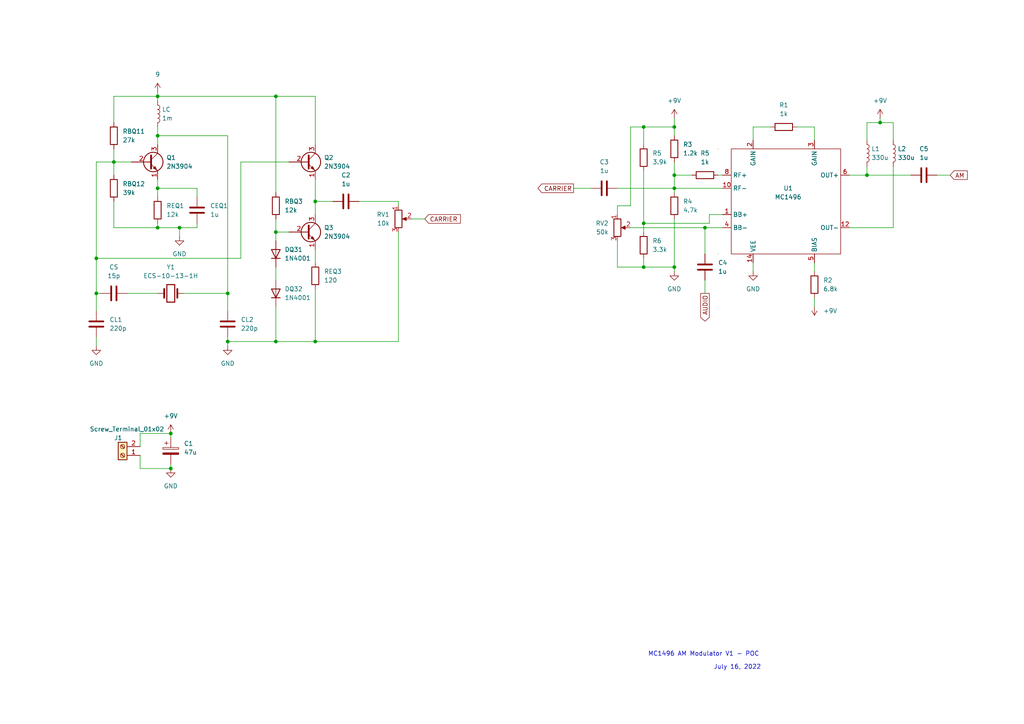
<source format=kicad_sch>
(kicad_sch (version 20211123) (generator eeschema)
  (paper "A4")
  (lib_symbols
    (symbol "Connector:Screw_Terminal_01x02" (pin_names (offset 1.016) hide)
      (property "Reference" "J" (at 0 2.54 0))
      (property "Value" "Screw_Terminal_01x02" (at 0 -5.08 0))
      (symbol "Screw_Terminal_01x02_1_1"
        (rectangle (start -1.27 1.27) (end 1.27 -3.81) (stroke (width 0.254)) (fill (type background)))
        (circle (center 0 -2.54) (radius 0.635) (stroke (width 0.1524)))
        (polyline (pts (xy -0.5334 -2.2098) (xy 0.3302 -3.048)) (stroke (width 0.1524)))
        (polyline (pts (xy -0.5334 0.3302) (xy 0.3302 -0.508)) (stroke (width 0.1524)))
        (polyline (pts (xy -0.3556 -2.032) (xy 0.508 -2.8702)) (stroke (width 0.1524)))
        (polyline (pts (xy -0.3556 0.508) (xy 0.508 -0.3302)) (stroke (width 0.1524)))
        (circle (center 0 0) (radius 0.635) (stroke (width 0.1524)))
        (pin passive line (at -5.08 0 0) (length 3.81) (name "Pin_1") (number "1"))
        (pin passive line (at -5.08 -2.54 0) (length 3.81) (name "Pin_2") (number "2"))
      )
    )
    (symbol "Device:C" (pin_numbers hide) (pin_names (offset 0.254))
      (property "Reference" "C" (at 0.635 2.54 0))
      (property "Value" "C" (at 0.635 -2.54 0))
      (symbol "C_0_1"
        (polyline (pts (xy -2.032 -0.762) (xy 2.032 -0.762)) (stroke (width 0.508)))
        (polyline (pts (xy -2.032 0.762) (xy 2.032 0.762)) (stroke (width 0.508)))
      )
      (symbol "C_1_1"
        (pin passive line (at 0 3.81 270) (length 2.794) (name "~") (number "1"))
        (pin passive line (at 0 -3.81 90) (length 2.794) (name "~") (number "2"))
      )
    )
    (symbol "Device:C_Polarized" (pin_numbers hide) (pin_names (offset 0.254))
      (property "Reference" "C" (at 0.635 2.54 0))
      (property "Value" "C_Polarized" (at 0.635 -2.54 0))
      (symbol "C_Polarized_0_1"
        (rectangle (start -2.286 0.508) (end 2.286 1.016))
        (polyline (pts (xy -1.778 2.286) (xy -0.762 2.286)))
        (polyline (pts (xy -1.27 2.794) (xy -1.27 1.778)))
        (rectangle (start 2.286 -0.508) (end -2.286 -1.016) (fill (type outline)))
      )
      (symbol "C_Polarized_1_1"
        (pin passive line (at 0 3.81 270) (length 2.794) (name "~") (number "1"))
        (pin passive line (at 0 -3.81 90) (length 2.794) (name "~") (number "2"))
      )
    )
    (symbol "Device:Crystal" (pin_numbers hide) (pin_names (offset 1.016) hide)
      (property "Reference" "Y" (at 0 3.81 0))
      (property "Value" "Crystal" (at 0 -3.81 0))
      (symbol "Crystal_0_1"
        (rectangle (start -1.143 2.54) (end 1.143 -2.54) (stroke (width 0.3048)))
        (polyline (pts (xy -2.54 0) (xy -1.905 0)))
        (polyline (pts (xy -1.905 -1.27) (xy -1.905 1.27)) (stroke (width 0.508)))
        (polyline (pts (xy 1.905 -1.27) (xy 1.905 1.27)) (stroke (width 0.508)))
        (polyline (pts (xy 2.54 0) (xy 1.905 0)))
      )
      (symbol "Crystal_1_1"
        (pin passive line (at -3.81 0 0) (length 1.27) (name "1") (number "1"))
        (pin passive line (at 3.81 0 180) (length 1.27) (name "2") (number "2"))
      )
    )
    (symbol "Device:D" (pin_numbers hide) (pin_names (offset 1.016) hide)
      (property "Reference" "D" (at 0 2.54 0))
      (property "Value" "D" (at 0 -2.54 0))
      (symbol "D_0_1"
        (polyline (pts (xy -1.27 1.27) (xy -1.27 -1.27)) (stroke (width 0.254)))
        (polyline (pts (xy 1.27 0) (xy -1.27 0)))
        (polyline (pts (xy 1.27 1.27) (xy 1.27 -1.27) (xy -1.27 0) (xy 1.27 1.27)) (stroke (width 0.254)))
      )
      (symbol "D_1_1"
        (pin passive line (at -3.81 0 0) (length 2.54) (name "K") (number "1"))
        (pin passive line (at 3.81 0 180) (length 2.54) (name "A") (number "2"))
      )
    )
    (symbol "Device:L" (pin_numbers hide) (pin_names (offset 1.016) hide)
      (property "Reference" "L" (at -1.27 0 90))
      (property "Value" "L" (at 1.905 0 90))
      (symbol "L_0_1"
        (arc (start 0 -2.54) (mid 0.635 -1.905) (end 0 -1.27))
        (arc (start 0 -1.27) (mid 0.635 -0.635) (end 0 0))
        (arc (start 0 0) (mid 0.635 0.635) (end 0 1.27))
        (arc (start 0 1.27) (mid 0.635 1.905) (end 0 2.54))
      )
      (symbol "L_1_1"
        (pin passive line (at 0 3.81 270) (length 1.27) (name "1") (number "1"))
        (pin passive line (at 0 -3.81 90) (length 1.27) (name "2") (number "2"))
      )
    )
    (symbol "Device:R" (pin_numbers hide) (pin_names (offset 0))
      (property "Reference" "R" (at 2.032 0 90))
      (property "Value" "R" (at 0 0 90))
      (symbol "R_0_1"
        (rectangle (start -1.016 -2.54) (end 1.016 2.54) (stroke (width 0.254)))
      )
      (symbol "R_1_1"
        (pin passive line (at 0 3.81 270) (length 1.27) (name "~") (number "1"))
        (pin passive line (at 0 -3.81 90) (length 1.27) (name "~") (number "2"))
      )
    )
    (symbol "Device:R_Potentiometer" (pin_names (offset 1.016) hide)
      (property "Reference" "RV" (at -4.445 0 90))
      (property "Value" "R_Potentiometer" (at -2.54 0 90))
      (symbol "R_Potentiometer_0_1"
        (polyline (pts (xy 2.54 0) (xy 1.524 0)))
        (polyline (pts (xy 1.143 0) (xy 2.286 0.508) (xy 2.286 -0.508) (xy 1.143 0)) (fill (type outline)))
        (rectangle (start 1.016 2.54) (end -1.016 -2.54) (stroke (width 0.254)))
      )
      (symbol "R_Potentiometer_1_1"
        (pin passive line (at 0 3.81 270) (length 1.27) (name "1") (number "1"))
        (pin passive line (at 3.81 0 180) (length 1.27) (name "2") (number "2"))
        (pin passive line (at 0 -3.81 90) (length 1.27) (name "3") (number "3"))
      )
    )
    (symbol "MC1496:MC1496"
      (property "Reference" "U" (at 0 2.54 0))
      (property "Value" "MC1496" (at 0 5.08 0))
      (symbol "MC1496_0_1"
        (rectangle (start -20.32 -15.24) (end -20.32 -15.24))
        (rectangle (start -20.32 15.24) (end -20.32 15.24))
        (rectangle (start -16.51 15.24) (end 15.24 -15.24))
        (rectangle (start 12.7 -13.97) (end 12.7 -13.97))
        (rectangle (start 16.51 7.62) (end 16.51 7.62))
      )
      (symbol "MC1496_1_1"
        (pin input line (at -19.05 -3.81 0) (length 2.54) (name "BB+") (number "1"))
        (pin input line (at -19.05 3.81 0) (length 2.54) (name "RF-") (number "10"))
        (pin input line (at 17.78 -7.62 180) (length 2.54) (name "OUT-") (number "12"))
        (pin input line (at -10.16 -17.78 90) (length 2.54) (name "VEE") (number "14"))
        (pin input line (at -10.16 17.78 270) (length 2.54) (name "GAIN") (number "2"))
        (pin input line (at 7.62 17.78 270) (length 2.54) (name "GAIN") (number "3"))
        (pin input line (at -19.05 -7.62 0) (length 2.54) (name "BB-") (number "4"))
        (pin input line (at 7.62 -17.78 90) (length 2.54) (name "BIAS") (number "5"))
        (pin input line (at 17.78 7.62 180) (length 2.54) (name "OUT+") (number "6"))
        (pin input line (at -19.05 7.62 0) (length 2.54) (name "RF+") (number "8"))
      )
    )
    (symbol "Transistor_BJT:2N3904" (pin_names (offset 0) hide)
      (property "Reference" "Q" (at 5.08 1.905 0))
      (property "Value" "2N3904" (at 5.08 0 0))
      (symbol "2N3904_0_1"
        (polyline (pts (xy 0.635 0.635) (xy 2.54 2.54)))
        (polyline (pts (xy 0.635 -0.635) (xy 2.54 -2.54) (xy 2.54 -2.54)))
        (polyline (pts (xy 0.635 1.905) (xy 0.635 -1.905) (xy 0.635 -1.905)) (stroke (width 0.508)))
        (polyline (pts (xy 1.27 -1.778) (xy 1.778 -1.27) (xy 2.286 -2.286) (xy 1.27 -1.778) (xy 1.27 -1.778)) (fill (type outline)))
        (circle (center 1.27 0) (radius 2.8194) (stroke (width 0.254)))
      )
      (symbol "2N3904_1_1"
        (pin passive line (at 2.54 -5.08 90) (length 2.54) (name "E") (number "1"))
        (pin passive line (at -5.08 0 0) (length 5.715) (name "B") (number "2"))
        (pin passive line (at 2.54 5.08 270) (length 2.54) (name "C") (number "3"))
      )
    )
    (symbol "power:+9V" (power) (pin_names (offset 0))
      (property "Value" "+9V" (at 0 3.556 0))
      (symbol "+9V_0_1"
        (polyline (pts (xy -0.762 1.27) (xy 0 2.54)))
        (polyline (pts (xy 0 0) (xy 0 2.54)))
        (polyline (pts (xy 0 2.54) (xy 0.762 1.27)))
      )
      (symbol "+9V_1_1"
        (pin power_in line (at 0 0 90) (length 0) hide (name "+9V") (number "1"))
      )
    )
    (symbol "power:GND" (power) (pin_names (offset 0))
      (property "Value" "GND" (at 0 -3.81 0))
      (symbol "GND_0_1"
        (polyline (pts (xy 0 0) (xy 0 -1.27) (xy 1.27 -1.27) (xy 0 -2.54) (xy -1.27 -1.27) (xy 0 -1.27)))
      )
      (symbol "GND_1_1"
        (pin power_in line (at 0 0 270) (length 0) hide (name "GND") (number "1"))
      )
    )
  )
  (junction (at 66.04 99.06))
  (junction (at 186.69 64.77))
  (junction (at 45.72 54.61))
  (junction (at 91.44 58.42))
  (junction (at 45.72 66.04))
  (junction (at 80.01 27.94))
  (junction (at 52.07 66.04))
  (junction (at 45.72 27.94))
  (junction (at 49.53 125.73))
  (junction (at 33.02 46.99))
  (junction (at 27.94 74.93))
  (junction (at 80.01 99.06))
  (junction (at 195.58 77.47))
  (junction (at 195.58 50.8))
  (junction (at 195.58 54.61))
  (junction (at 45.72 39.37))
  (junction (at 204.47 66.04))
  (junction (at 80.01 67.31))
  (junction (at 27.94 85.09))
  (junction (at 186.69 36.83))
  (junction (at 91.44 99.06))
  (junction (at 66.04 85.09))
  (junction (at 195.58 36.83))
  (junction (at 186.69 77.47))
  (junction (at 255.27 35.56))
  (junction (at 251.46 50.8))
  (junction (at 49.53 135.89))
  (wire (pts (xy 33.02 66.04) (xy 45.72 66.04)))
  (wire (pts (xy 186.69 64.77) (xy 186.69 67.31)))
  (wire (pts (xy 33.02 35.56) (xy 33.02 27.94)))
  (wire (pts (xy 57.15 64.77) (xy 57.15 66.04)))
  (wire (pts (xy 179.07 54.61) (xy 195.58 54.61)))
  (wire (pts (xy 29.21 85.09) (xy 27.94 85.09)))
  (wire (pts (xy 182.88 66.04) (xy 204.47 66.04)))
  (wire (pts (xy 223.52 36.83) (xy 218.44 36.83)))
  (wire (pts (xy 218.44 76.2) (xy 218.44 78.74)))
  (wire (pts (xy 231.14 36.83) (xy 236.22 36.83)))
  (wire (pts (xy 179.07 69.85) (xy 179.07 77.47)))
  (wire (pts (xy 186.69 41.91) (xy 186.69 36.83)))
  (wire (pts (xy 66.04 99.06) (xy 66.04 100.33)))
  (wire (pts (xy 186.69 36.83) (xy 195.58 36.83)))
  (wire (pts (xy 57.15 57.15) (xy 57.15 54.61)))
  (wire (pts (xy 69.85 74.93) (xy 27.94 74.93)))
  (wire (pts (xy 195.58 36.83) (xy 195.58 39.37)))
  (wire (pts (xy 251.46 50.8) (xy 246.38 50.8)))
  (wire (pts (xy 38.1 46.99) (xy 33.02 46.99)))
  (wire (pts (xy 195.58 63.5) (xy 195.58 77.47)))
  (wire (pts (xy 27.94 85.09) (xy 27.94 90.17)))
  (wire (pts (xy 33.02 46.99) (xy 33.02 50.8)))
  (wire (pts (xy 91.44 83.82) (xy 91.44 99.06)))
  (wire (pts (xy 179.07 59.69) (xy 182.88 59.69)))
  (wire (pts (xy 91.44 52.07) (xy 91.44 58.42)))
  (wire (pts (xy 251.46 48.26) (xy 251.46 50.8)))
  (wire (pts (xy 205.74 62.23) (xy 209.55 62.23)))
  (wire (pts (xy 236.22 36.83) (xy 236.22 40.64)))
  (wire (pts (xy 49.53 127) (xy 49.53 125.73)))
  (wire (pts (xy 45.72 36.83) (xy 45.72 39.37)))
  (wire (pts (xy 91.44 58.42) (xy 91.44 62.23)))
  (wire (pts (xy 80.01 99.06) (xy 66.04 99.06)))
  (wire (pts (xy 45.72 66.04) (xy 52.07 66.04)))
  (wire (pts (xy 69.85 46.99) (xy 83.82 46.99)))
  (wire (pts (xy 27.94 97.79) (xy 27.94 100.33)))
  (wire (pts (xy 204.47 66.04) (xy 204.47 73.66)))
  (wire (pts (xy 91.44 72.39) (xy 91.44 76.2)))
  (wire (pts (xy 115.57 58.42) (xy 104.14 58.42)))
  (wire (pts (xy 80.01 88.9) (xy 80.01 99.06)))
  (wire (pts (xy 91.44 58.42) (xy 96.52 58.42)))
  (wire (pts (xy 255.27 34.29) (xy 255.27 35.56)))
  (wire (pts (xy 45.72 26.67) (xy 45.72 27.94)))
  (wire (pts (xy 204.47 66.04) (xy 209.55 66.04)))
  (wire (pts (xy 195.58 50.8) (xy 195.58 54.61)))
  (wire (pts (xy 49.53 125.73) (xy 40.64 125.73)))
  (wire (pts (xy 80.01 63.5) (xy 80.01 67.31)))
  (wire (pts (xy 236.22 76.2) (xy 236.22 78.74)))
  (wire (pts (xy 195.58 50.8) (xy 200.66 50.8)))
  (wire (pts (xy 80.01 67.31) (xy 83.82 67.31)))
  (wire (pts (xy 80.01 27.94) (xy 91.44 27.94)))
  (wire (pts (xy 36.83 85.09) (xy 45.72 85.09)))
  (wire (pts (xy 115.57 67.31) (xy 115.57 99.06)))
  (wire (pts (xy 80.01 77.47) (xy 80.01 81.28)))
  (wire (pts (xy 66.04 85.09) (xy 66.04 39.37)))
  (wire (pts (xy 251.46 40.64) (xy 251.46 35.56)))
  (wire (pts (xy 49.53 135.89) (xy 40.64 135.89)))
  (wire (pts (xy 33.02 58.42) (xy 33.02 66.04)))
  (wire (pts (xy 45.72 64.77) (xy 45.72 66.04)))
  (wire (pts (xy 27.94 74.93) (xy 27.94 85.09)))
  (wire (pts (xy 195.58 54.61) (xy 209.55 54.61)))
  (wire (pts (xy 66.04 90.17) (xy 66.04 85.09)))
  (wire (pts (xy 195.58 46.99) (xy 195.58 50.8)))
  (wire (pts (xy 119.38 63.5) (xy 123.19 63.5)))
  (wire (pts (xy 45.72 39.37) (xy 45.72 41.91)))
  (wire (pts (xy 259.08 35.56) (xy 259.08 40.64)))
  (wire (pts (xy 40.64 135.89) (xy 40.64 132.08)))
  (wire (pts (xy 80.01 67.31) (xy 80.01 69.85)))
  (wire (pts (xy 195.58 34.29) (xy 195.58 36.83)))
  (wire (pts (xy 251.46 50.8) (xy 264.16 50.8)))
  (wire (pts (xy 186.69 49.53) (xy 186.69 64.77)))
  (wire (pts (xy 115.57 59.69) (xy 115.57 58.42)))
  (wire (pts (xy 57.15 66.04) (xy 52.07 66.04)))
  (wire (pts (xy 208.28 50.8) (xy 209.55 50.8)))
  (wire (pts (xy 259.08 66.04) (xy 246.38 66.04)))
  (wire (pts (xy 91.44 99.06) (xy 80.01 99.06)))
  (wire (pts (xy 45.72 54.61) (xy 57.15 54.61)))
  (wire (pts (xy 186.69 74.93) (xy 186.69 77.47)))
  (wire (pts (xy 182.88 59.69) (xy 182.88 36.83)))
  (wire (pts (xy 45.72 54.61) (xy 45.72 57.15)))
  (wire (pts (xy 166.37 54.61) (xy 171.45 54.61)))
  (wire (pts (xy 40.64 125.73) (xy 40.64 129.54)))
  (wire (pts (xy 218.44 36.83) (xy 218.44 40.64)))
  (wire (pts (xy 195.58 54.61) (xy 195.58 55.88)))
  (wire (pts (xy 45.72 27.94) (xy 80.01 27.94)))
  (wire (pts (xy 33.02 43.18) (xy 33.02 46.99)))
  (wire (pts (xy 27.94 46.99) (xy 27.94 74.93)))
  (wire (pts (xy 195.58 77.47) (xy 195.58 78.74)))
  (wire (pts (xy 69.85 46.99) (xy 69.85 74.93)))
  (wire (pts (xy 66.04 39.37) (xy 45.72 39.37)))
  (wire (pts (xy 205.74 64.77) (xy 186.69 64.77)))
  (wire (pts (xy 205.74 62.23) (xy 205.74 64.77)))
  (wire (pts (xy 115.57 99.06) (xy 91.44 99.06)))
  (wire (pts (xy 255.27 35.56) (xy 259.08 35.56)))
  (wire (pts (xy 80.01 27.94) (xy 80.01 55.88)))
  (wire (pts (xy 271.78 50.8) (xy 275.59 50.8)))
  (wire (pts (xy 179.07 77.47) (xy 186.69 77.47)))
  (wire (pts (xy 66.04 85.09) (xy 53.34 85.09)))
  (wire (pts (xy 45.72 52.07) (xy 45.72 54.61)))
  (wire (pts (xy 49.53 134.62) (xy 49.53 135.89)))
  (wire (pts (xy 251.46 35.56) (xy 255.27 35.56)))
  (wire (pts (xy 66.04 97.79) (xy 66.04 99.06)))
  (wire (pts (xy 91.44 41.91) (xy 91.44 27.94)))
  (wire (pts (xy 45.72 27.94) (xy 45.72 29.21)))
  (wire (pts (xy 33.02 46.99) (xy 27.94 46.99)))
  (wire (pts (xy 33.02 27.94) (xy 45.72 27.94)))
  (wire (pts (xy 52.07 66.04) (xy 52.07 68.58)))
  (wire (pts (xy 182.88 36.83) (xy 186.69 36.83)))
  (wire (pts (xy 259.08 48.26) (xy 259.08 66.04)))
  (wire (pts (xy 204.47 81.28) (xy 204.47 85.09)))
  (wire (pts (xy 186.69 77.47) (xy 195.58 77.47)))
  (wire (pts (xy 179.07 62.23) (xy 179.07 59.69)))
  (wire (pts (xy 236.22 86.36) (xy 236.22 88.9)))
  (text "MC1496 AM Modulator V1 - POC" (at 187.96 190.5 0) (effects (font (size 1.27 1.27)) (justify left bottom)))
  (text "July 16, 2022" (at 207.01 194.31 0) (effects (font (size 1.27 1.27)) (justify left bottom)))
  (global_label "AM" (shape input) (at 275.59 50.8 0) (property "Intersheet References" "${INTERSHEET_REFS}" (effects hide)))
  (global_label "CARRIER" (shape output) (at 166.37 54.61 180) (property "Intersheet References" "${INTERSHEET_REFS}" (effects hide)))
  (global_label "CARRIER" (shape input) (at 123.19 63.5 0) (property "Intersheet References" "${INTERSHEET_REFS}" (effects hide)))
  (global_label "AUDIO" (shape output) (at 204.47 85.09 270) (property "Intersheet References" "${INTERSHEET_REFS}" (effects hide)))
  (symbol (lib_id "power:+9V") (at 255.27 34.29 0) (unit 1)
    (property "Reference" "#PWR?" (effects hide))
    (property "Value" "+9V" (at 255.27 29.21 0))
  )
  (symbol (lib_id "power:GND") (at 218.44 78.74 0) (unit 1)
    (property "Reference" "#PWR?" (effects hide))
    (property "Value" "GND" (at 218.44 83.82 0))
  )
  (symbol (lib_id "power:GND") (at 49.53 135.89 0) (unit 1)
    (property "Reference" "#PWR?" (effects hide))
    (property "Value" "GND" (at 49.53 140.97 0))
  )
  (symbol (lib_id "power:GND") (at 195.58 78.74 0) (unit 1)
    (property "Reference" "#PWR?" (effects hide))
    (property "Value" "GND" (at 195.58 83.82 0))
  )
  (symbol (lib_id "Device:L") (at 259.08 44.45 0) (unit 1)
    (property "Reference" "L2" (at 260.35 43.1799 0) (effects (justify left)))
    (property "Value" "330u" (at 260.35 45.7199 0) (effects (justify left)))
  )
  (symbol (lib_id "Device:D") (at 80.01 73.66 90) (unit 1)
    (property "Reference" "DQ31" (at 82.55 72.3899 90) (effects (justify right)))
    (property "Value" "1N4001" (at 82.55 74.9299 90) (effects (justify right)))
  )
  (symbol (lib_id "Device:L") (at 45.72 33.02 0) (unit 1)
    (property "Reference" "LC" (at 46.99 31.7499 0) (effects (justify left)))
    (property "Value" "1m" (at 46.99 34.2899 0) (effects (justify left)))
  )
  (symbol (lib_id "Connector:Screw_Terminal_01x02") (at 35.56 132.08 180) (unit 1)
    (property "Reference" "J1" (at 34.29 127 0))
    (property "Value" "Screw_Terminal_01x02" (at 36.83 124.46 0))
  )
  (symbol (lib_id "Device:C") (at 66.04 93.98 0) (unit 1)
    (property "Reference" "CL2" (at 69.85 92.7099 0) (effects (justify left)))
    (property "Value" "220p" (at 69.85 95.2499 0) (effects (justify left)))
  )
  (symbol (lib_id "Device:C") (at 100.33 58.42 270) (unit 1)
    (property "Reference" "C2" (at 100.33 50.8 90))
    (property "Value" "1u" (at 100.33 53.34 90))
  )
  (symbol (lib_id "Device:C") (at 267.97 50.8 90) (unit 1)
    (property "Reference" "C5" (at 267.97 43.18 90))
    (property "Value" "1u" (at 267.97 45.72 90))
  )
  (symbol (lib_id "Device:C") (at 57.15 60.96 0) (unit 1)
    (property "Reference" "CEQ1" (at 60.96 59.6899 0) (effects (justify left)))
    (property "Value" "1u" (at 60.96 62.2299 0) (effects (justify left)))
  )
  (symbol (lib_id "Device:R") (at 204.47 50.8 90) (unit 1)
    (property "Reference" "R5" (at 204.47 44.45 90))
    (property "Value" "1k" (at 204.47 46.99 90))
  )
  (symbol (lib_id "Transistor_BJT:2N3904") (at 88.9 67.31 0) (unit 1)
    (property "Reference" "Q3" (at 93.98 66.0399 0) (effects (justify left)))
    (property "Value" "2N3904" (at 93.98 68.5799 0) (effects (justify left)))
    (property "Footprint" "Package_TO_SOT_THT:TO-92_Inline" (effects hide))
    (property "Datasheet" "https://www.onsemi.com/pub/Collateral/2N3903-D.PDF" (effects hide))
    (property "Spice_Primitive" "Q" (effects hide))
    (property "Spice_Model" "2N3904" (effects hide))
    (property "Spice_Netlist_Enabled" "Y" (effects hide))
  )
  (symbol (lib_id "Device:R") (at 236.22 82.55 0) (unit 1)
    (property "Reference" "R2" (at 238.76 81.2799 0) (effects (justify left)))
    (property "Value" "6.8k" (at 238.76 83.8199 0) (effects (justify left)))
  )
  (symbol (lib_id "power:+9V") (at 45.72 26.67 0) (unit 1)
    (property "Reference" "#PWR?" (effects hide))
    (property "Value" "+9V" (at 45.72 21.59 0))
    (property "Spice_Primitive" "V" (effects hide))
    (property "Spice_Model" "dc 9" (effects hide))
    (property "Spice_Netlist_Enabled" "Y" (effects hide))
  )
  (symbol (lib_id "Device:R") (at 91.44 80.01 0) (unit 1)
    (property "Reference" "REQ3" (at 93.98 78.7399 0) (effects (justify left)))
    (property "Value" "120" (at 93.98 81.2799 0) (effects (justify left)))
  )
  (symbol (lib_id "Device:L") (at 251.46 44.45 0) (unit 1)
    (property "Reference" "L1" (at 252.73 43.1799 0) (effects (justify left)))
    (property "Value" "330u" (at 252.73 45.7199 0) (effects (justify left)))
  )
  (symbol (lib_id "Device:R") (at 186.69 45.72 0) (unit 1)
    (property "Reference" "R5" (at 189.23 44.4499 0) (effects (justify left)))
    (property "Value" "3.9k" (at 189.23 46.9899 0) (effects (justify left)))
  )
  (symbol (lib_id "MC1496:MC1496") (at 228.6 58.42 0) (unit 1)
    (property "Reference" "U1" (at 228.6 54.61 0))
    (property "Value" "MC1496" (at 228.6 57.15 0))
    (property "Footprint" "Package_DIP:DIP-14_W7.62mm_Socket" (effects hide))
    (property "Datasheet" "https://www.onsemi.com/pdf/datasheet/mc1496-d.pdf" (effects hide))
  )
  (symbol (lib_id "Transistor_BJT:2N3904") (at 88.9 46.99 0) (unit 1)
    (property "Reference" "Q2" (at 93.98 45.7199 0) (effects (justify left)))
    (property "Value" "2N3904" (at 93.98 48.2599 0) (effects (justify left)))
    (property "Footprint" "Package_TO_SOT_THT:TO-92_Inline" (effects hide))
    (property "Datasheet" "https://www.onsemi.com/pub/Collateral/2N3903-D.PDF" (effects hide))
    (property "Spice_Primitive" "Q" (effects hide))
    (property "Spice_Model" "2N3904" (effects hide))
    (property "Spice_Netlist_Enabled" "Y" (effects hide))
  )
  (symbol (lib_id "Device:R_Potentiometer") (at 179.07 66.04 0) (unit 1)
    (property "Reference" "RV2" (at 176.53 64.7699 0) (effects (justify right)))
    (property "Value" "50k" (at 176.53 67.3099 0) (effects (justify right)))
  )
  (symbol (lib_id "Device:R") (at 186.69 71.12 0) (unit 1)
    (property "Reference" "R6" (at 189.23 69.8499 0) (effects (justify left)))
    (property "Value" "3.3k" (at 189.23 72.3899 0) (effects (justify left)))
  )
  (symbol (lib_id "Device:C") (at 33.02 85.09 90) (unit 1)
    (property "Reference" "CS" (at 33.02 77.47 90))
    (property "Value" "15p" (at 33.02 80.01 90))
  )
  (symbol (lib_id "Device:C_Polarized") (at 49.53 130.81 0) (unit 1)
    (property "Reference" "C1" (at 53.34 128.6509 0) (effects (justify left)))
    (property "Value" "47u" (at 53.34 131.1909 0) (effects (justify left)))
  )
  (symbol (lib_id "Device:D") (at 80.01 85.09 90) (unit 1)
    (property "Reference" "DQ32" (at 82.55 83.8199 90) (effects (justify right)))
    (property "Value" "1N4001" (at 82.55 86.3599 90) (effects (justify right)))
  )
  (symbol (lib_id "Device:R_Potentiometer") (at 115.57 63.5 0) (unit 1)
    (property "Reference" "RV1" (at 113.03 62.2299 0) (effects (justify right)))
    (property "Value" "10k" (at 113.03 64.7699 0) (effects (justify right)))
  )
  (symbol (lib_id "Device:R") (at 195.58 43.18 0) (unit 1)
    (property "Reference" "R3" (at 198.12 41.9099 0) (effects (justify left)))
    (property "Value" "1.2k" (at 198.12 44.4499 0) (effects (justify left)))
  )
  (symbol (lib_id "power:+9V") (at 236.22 88.9 180) (unit 1)
    (property "Reference" "#PWR?" (effects hide))
    (property "Value" "+9V" (at 238.76 90.1699 0) (effects (justify right)))
  )
  (symbol (lib_id "power:GND") (at 27.94 100.33 0) (unit 1)
    (property "Reference" "#PWR?" (effects hide))
    (property "Value" "GND" (at 27.94 105.41 0))
  )
  (symbol (lib_id "Device:R") (at 33.02 39.37 0) (unit 1)
    (property "Reference" "RBQ11" (at 35.56 38.0999 0) (effects (justify left)))
    (property "Value" "27k" (at 35.56 40.6399 0) (effects (justify left)))
  )
  (symbol (lib_id "Device:R") (at 45.72 60.96 0) (unit 1)
    (property "Reference" "REQ1" (at 48.26 59.6899 0) (effects (justify left)))
    (property "Value" "12k" (at 48.26 62.2299 0) (effects (justify left)))
  )
  (symbol (lib_id "Device:R") (at 80.01 59.69 0) (unit 1)
    (property "Reference" "RBQ3" (at 82.55 58.4199 0) (effects (justify left)))
    (property "Value" "12k" (at 82.55 60.9599 0) (effects (justify left)))
  )
  (symbol (lib_id "Device:R") (at 33.02 54.61 0) (unit 1)
    (property "Reference" "RBQ12" (at 35.56 53.3399 0) (effects (justify left)))
    (property "Value" "39k" (at 35.56 55.8799 0) (effects (justify left)))
  )
  (symbol (lib_id "Device:C") (at 175.26 54.61 90) (unit 1)
    (property "Reference" "C3" (at 175.26 46.99 90))
    (property "Value" "1u" (at 175.26 49.53 90))
  )
  (symbol (lib_id "Device:R") (at 227.33 36.83 90) (unit 1)
    (property "Reference" "R1" (at 227.33 30.48 90))
    (property "Value" "1k" (at 227.33 33.02 90))
  )
  (symbol (lib_id "power:+9V") (at 195.58 34.29 0) (unit 1)
    (property "Reference" "#PWR?" (effects hide))
    (property "Value" "+9V" (at 195.58 29.21 0))
  )
  (symbol (lib_id "Device:Crystal") (at 49.53 85.09 0) (unit 1)
    (property "Reference" "Y1" (at 49.53 77.47 0))
    (property "Value" "ECS-10-13-1H" (at 49.53 80.01 0))
  )
  (symbol (lib_id "power:GND") (at 52.07 68.58 0) (unit 1)
    (property "Reference" "#PWR?" (effects hide))
    (property "Value" "GND" (at 52.07 73.66 0))
  )
  (symbol (lib_id "Transistor_BJT:2N3904") (at 43.18 46.99 0) (unit 1)
    (property "Reference" "Q1" (at 48.26 45.7199 0) (effects (justify left)))
    (property "Value" "2N3904" (at 48.26 48.2599 0) (effects (justify left)))
    (property "Footprint" "Package_TO_SOT_THT:TO-92_Inline" (effects hide))
    (property "Datasheet" "https://www.onsemi.com/pub/Collateral/2N3903-D.PDF" (effects hide))
    (property "Spice_Primitive" "Q" (effects hide))
    (property "Spice_Model" "2N3904" (effects hide))
    (property "Spice_Netlist_Enabled" "Y" (effects hide))
  )
  (symbol (lib_id "power:+9V") (at 49.53 125.73 0) (unit 1)
    (property "Reference" "#PWR?" (effects hide))
    (property "Value" "+9V" (at 49.53 120.65 0))
  )
  (symbol (lib_id "Device:C") (at 204.47 77.47 0) (unit 1)
    (property "Reference" "C4" (at 208.28 76.1999 0) (effects (justify left)))
    (property "Value" "1u" (at 208.28 78.7399 0) (effects (justify left)))
  )
  (symbol (lib_id "Device:R") (at 195.58 59.69 0) (unit 1)
    (property "Reference" "R4" (at 198.12 58.4199 0) (effects (justify left)))
    (property "Value" "4.7k" (at 198.12 60.9599 0) (effects (justify left)))
  )
  (symbol (lib_id "power:GND") (at 66.04 100.33 0) (unit 1)
    (property "Reference" "#PWR?" (effects hide))
    (property "Value" "GND" (at 66.04 105.41 0))
  )
  (symbol (lib_id "Device:C") (at 27.94 93.98 0) (unit 1)
    (property "Reference" "CL1" (at 31.75 92.7099 0) (effects (justify left)))
    (property "Value" "220p" (at 31.75 95.2499 0) (effects (justify left)))
  )
)
</source>
